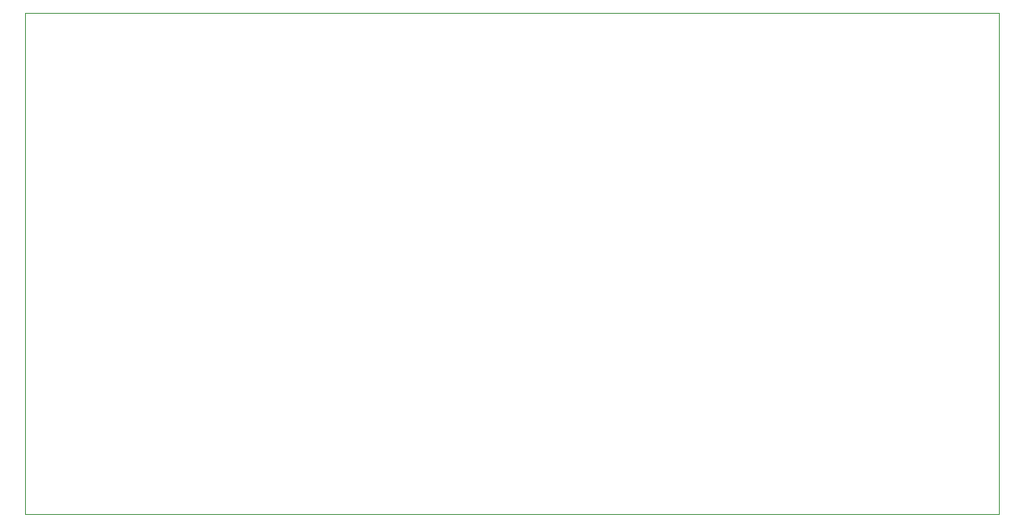
<source format=gm1>
G04 #@! TF.GenerationSoftware,KiCad,Pcbnew,7.0.7-7.0.7~ubuntu22.04.1*
G04 #@! TF.CreationDate,2024-03-15T11:13:54+01:00*
G04 #@! TF.ProjectId,kicad,6b696361-642e-46b6-9963-61645f706362,302*
G04 #@! TF.SameCoordinates,Original*
G04 #@! TF.FileFunction,Profile,NP*
%FSLAX46Y46*%
G04 Gerber Fmt 4.6, Leading zero omitted, Abs format (unit mm)*
G04 Created by KiCad (PCBNEW 7.0.7-7.0.7~ubuntu22.04.1) date 2024-03-15 11:13:54*
%MOMM*%
%LPD*%
G01*
G04 APERTURE LIST*
G04 #@! TA.AperFunction,Profile*
%ADD10C,0.100000*%
G04 #@! TD*
G04 APERTURE END LIST*
D10*
X158500000Y-59500000D02*
X158500000Y-112000000D01*
X158500000Y-112000000D02*
X56500000Y-112000000D01*
X56500000Y-112000000D02*
X56500000Y-59500000D01*
X56500000Y-59500000D02*
X158500000Y-59500000D01*
M02*

</source>
